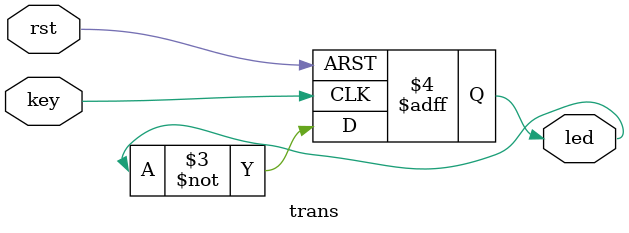
<source format=v>
module trans(
           input wire key,
           input wire rst,
           output reg led
       );

always @(posedge key, negedge rst)
    if (!rst)
        led <= 1;
    else if(key)
        led <= ~led;
    else
        led <= led;
endmodule
</source>
